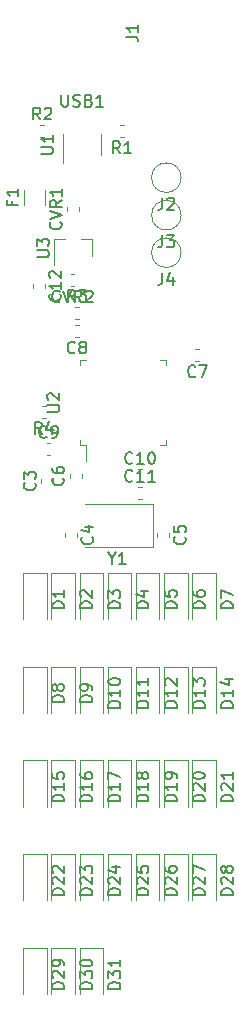
<source format=gbr>
G04 #@! TF.GenerationSoftware,KiCad,Pcbnew,(5.1.4-0)*
G04 #@! TF.CreationDate,2020-11-23T17:37:14+01:00*
G04 #@! TF.ProjectId,stm32split,73746d33-3273-4706-9c69-742e6b696361,rev?*
G04 #@! TF.SameCoordinates,Original*
G04 #@! TF.FileFunction,Legend,Top*
G04 #@! TF.FilePolarity,Positive*
%FSLAX46Y46*%
G04 Gerber Fmt 4.6, Leading zero omitted, Abs format (unit mm)*
G04 Created by KiCad (PCBNEW (5.1.4-0)) date 2020-11-23 17:37:14*
%MOMM*%
%LPD*%
G04 APERTURE LIST*
%ADD10C,0.120000*%
%ADD11C,0.150000*%
G04 APERTURE END LIST*
D10*
X199688500Y-100806250D02*
G75*
G03X199688500Y-100806250I-1251000J0D01*
G01*
X199688500Y-97631250D02*
G75*
G03X199688500Y-97631250I-1251000J0D01*
G01*
X199688500Y-94456250D02*
G75*
G03X199688500Y-94456250I-1251000J0D01*
G01*
X197330000Y-122120000D02*
X191580000Y-122120000D01*
X197330000Y-125720000D02*
X197330000Y-122120000D01*
X191580000Y-125720000D02*
X197330000Y-125720000D01*
X187130000Y-103474721D02*
X187130000Y-103800279D01*
X188150000Y-103474721D02*
X188150000Y-103800279D01*
X196044721Y-121690000D02*
X196370279Y-121690000D01*
X196044721Y-120670000D02*
X196370279Y-120670000D01*
X196044721Y-120180000D02*
X196370279Y-120180000D01*
X196044721Y-119160000D02*
X196370279Y-119160000D01*
X188299721Y-117980000D02*
X188625279Y-117980000D01*
X188299721Y-116960000D02*
X188625279Y-116960000D01*
X191022779Y-106950000D02*
X190697221Y-106950000D01*
X191022779Y-107970000D02*
X190697221Y-107970000D01*
X201230279Y-108960000D02*
X200904721Y-108960000D01*
X201230279Y-109980000D02*
X200904721Y-109980000D01*
X191260000Y-119880279D02*
X191260000Y-119554721D01*
X190240000Y-119880279D02*
X190240000Y-119554721D01*
X190699721Y-106450000D02*
X191025279Y-106450000D01*
X190699721Y-105430000D02*
X191025279Y-105430000D01*
X187759721Y-91020000D02*
X188085279Y-91020000D01*
X187759721Y-90000000D02*
X188085279Y-90000000D01*
X194842779Y-90000000D02*
X194517221Y-90000000D01*
X194842779Y-91020000D02*
X194517221Y-91020000D01*
X188190000Y-96739564D02*
X188190000Y-95535436D01*
X186370000Y-96739564D02*
X186370000Y-95535436D01*
X188215279Y-113750000D02*
X187889721Y-113750000D01*
X188215279Y-114770000D02*
X187889721Y-114770000D01*
X190655279Y-102630000D02*
X190329721Y-102630000D01*
X190655279Y-103650000D02*
X190329721Y-103650000D01*
X191050000Y-97280279D02*
X191050000Y-96954721D01*
X190030000Y-97280279D02*
X190030000Y-96954721D01*
X197680000Y-124544721D02*
X197680000Y-124870279D01*
X198700000Y-124544721D02*
X198700000Y-124870279D01*
X189850000Y-124544721D02*
X189850000Y-124870279D01*
X190870000Y-124544721D02*
X190870000Y-124870279D01*
X188860000Y-120285279D02*
X188860000Y-119959721D01*
X187840000Y-120285279D02*
X187840000Y-119959721D01*
X193087500Y-159675000D02*
X193087500Y-163575000D01*
X191087500Y-159675000D02*
X191087500Y-163575000D01*
X193087500Y-159675000D02*
X191087500Y-159675000D01*
X190706250Y-159675000D02*
X190706250Y-163575000D01*
X188706250Y-159675000D02*
X188706250Y-163575000D01*
X190706250Y-159675000D02*
X188706250Y-159675000D01*
X188325000Y-159675000D02*
X188325000Y-163575000D01*
X186325000Y-159675000D02*
X186325000Y-163575000D01*
X188325000Y-159675000D02*
X186325000Y-159675000D01*
X202612500Y-151737500D02*
X202612500Y-155637500D01*
X200612500Y-151737500D02*
X200612500Y-155637500D01*
X202612500Y-151737500D02*
X200612500Y-151737500D01*
X200231250Y-151737500D02*
X200231250Y-155637500D01*
X198231250Y-151737500D02*
X198231250Y-155637500D01*
X200231250Y-151737500D02*
X198231250Y-151737500D01*
X197850000Y-151737500D02*
X197850000Y-155637500D01*
X195850000Y-151737500D02*
X195850000Y-155637500D01*
X197850000Y-151737500D02*
X195850000Y-151737500D01*
X195468750Y-151737500D02*
X195468750Y-155637500D01*
X193468750Y-151737500D02*
X193468750Y-155637500D01*
X195468750Y-151737500D02*
X193468750Y-151737500D01*
X193087500Y-151737500D02*
X193087500Y-155637500D01*
X191087500Y-151737500D02*
X191087500Y-155637500D01*
X193087500Y-151737500D02*
X191087500Y-151737500D01*
X190706250Y-151737500D02*
X190706250Y-155637500D01*
X188706250Y-151737500D02*
X188706250Y-155637500D01*
X190706250Y-151737500D02*
X188706250Y-151737500D01*
X188325000Y-151737500D02*
X188325000Y-155637500D01*
X186325000Y-151737500D02*
X186325000Y-155637500D01*
X188325000Y-151737500D02*
X186325000Y-151737500D01*
X202612500Y-143800000D02*
X202612500Y-147700000D01*
X200612500Y-143800000D02*
X200612500Y-147700000D01*
X202612500Y-143800000D02*
X200612500Y-143800000D01*
X200231250Y-143800000D02*
X200231250Y-147700000D01*
X198231250Y-143800000D02*
X198231250Y-147700000D01*
X200231250Y-143800000D02*
X198231250Y-143800000D01*
X197850000Y-143800000D02*
X197850000Y-147700000D01*
X195850000Y-143800000D02*
X195850000Y-147700000D01*
X197850000Y-143800000D02*
X195850000Y-143800000D01*
X195468750Y-143800000D02*
X195468750Y-147700000D01*
X193468750Y-143800000D02*
X193468750Y-147700000D01*
X195468750Y-143800000D02*
X193468750Y-143800000D01*
X193087500Y-143800000D02*
X193087500Y-147700000D01*
X191087500Y-143800000D02*
X191087500Y-147700000D01*
X193087500Y-143800000D02*
X191087500Y-143800000D01*
X190706250Y-143800000D02*
X190706250Y-147700000D01*
X188706250Y-143800000D02*
X188706250Y-147700000D01*
X190706250Y-143800000D02*
X188706250Y-143800000D01*
X188325000Y-143800000D02*
X188325000Y-147700000D01*
X186325000Y-143800000D02*
X186325000Y-147700000D01*
X188325000Y-143800000D02*
X186325000Y-143800000D01*
X202612500Y-135862500D02*
X202612500Y-139762500D01*
X200612500Y-135862500D02*
X200612500Y-139762500D01*
X202612500Y-135862500D02*
X200612500Y-135862500D01*
X200231250Y-135862500D02*
X200231250Y-139762500D01*
X198231250Y-135862500D02*
X198231250Y-139762500D01*
X200231250Y-135862500D02*
X198231250Y-135862500D01*
X197850000Y-135862500D02*
X197850000Y-139762500D01*
X195850000Y-135862500D02*
X195850000Y-139762500D01*
X197850000Y-135862500D02*
X195850000Y-135862500D01*
X195468750Y-135862500D02*
X195468750Y-139762500D01*
X193468750Y-135862500D02*
X193468750Y-139762500D01*
X195468750Y-135862500D02*
X193468750Y-135862500D01*
X193087500Y-135862500D02*
X193087500Y-139762500D01*
X191087500Y-135862500D02*
X191087500Y-139762500D01*
X193087500Y-135862500D02*
X191087500Y-135862500D01*
X190706250Y-135862500D02*
X190706250Y-139762500D01*
X188706250Y-135862500D02*
X188706250Y-139762500D01*
X190706250Y-135862500D02*
X188706250Y-135862500D01*
X188325000Y-135862500D02*
X188325000Y-139762500D01*
X186325000Y-135862500D02*
X186325000Y-139762500D01*
X188325000Y-135862500D02*
X186325000Y-135862500D01*
X202612500Y-127925000D02*
X202612500Y-131825000D01*
X200612500Y-127925000D02*
X200612500Y-131825000D01*
X202612500Y-127925000D02*
X200612500Y-127925000D01*
X200231250Y-127925000D02*
X200231250Y-131825000D01*
X198231250Y-127925000D02*
X198231250Y-131825000D01*
X200231250Y-127925000D02*
X198231250Y-127925000D01*
X197850000Y-127925000D02*
X197850000Y-131825000D01*
X195850000Y-127925000D02*
X195850000Y-131825000D01*
X197850000Y-127925000D02*
X195850000Y-127925000D01*
X195468750Y-127925000D02*
X195468750Y-131825000D01*
X193468750Y-127925000D02*
X193468750Y-131825000D01*
X195468750Y-127925000D02*
X193468750Y-127925000D01*
X193087500Y-127925000D02*
X193087500Y-131825000D01*
X191087500Y-127925000D02*
X191087500Y-131825000D01*
X193087500Y-127925000D02*
X191087500Y-127925000D01*
X190706250Y-127925000D02*
X190706250Y-131825000D01*
X188706250Y-127925000D02*
X188706250Y-131825000D01*
X190706250Y-127925000D02*
X188706250Y-127925000D01*
X188325000Y-127925000D02*
X188325000Y-131825000D01*
X186325000Y-127925000D02*
X186325000Y-131825000D01*
X188325000Y-127925000D02*
X186325000Y-127925000D01*
X192120000Y-99660000D02*
X192120000Y-101120000D01*
X188960000Y-99660000D02*
X188960000Y-101820000D01*
X188960000Y-99660000D02*
X189890000Y-99660000D01*
X192120000Y-99660000D02*
X191190000Y-99660000D01*
X191598750Y-117116250D02*
X191598750Y-118406250D01*
X191148750Y-117116250D02*
X191598750Y-117116250D01*
X191148750Y-116666250D02*
X191148750Y-117116250D01*
X191148750Y-109896250D02*
X191598750Y-109896250D01*
X191148750Y-110346250D02*
X191148750Y-109896250D01*
X198368750Y-117116250D02*
X197918750Y-117116250D01*
X198368750Y-116666250D02*
X198368750Y-117116250D01*
X198368750Y-109896250D02*
X197918750Y-109896250D01*
X198368750Y-110346250D02*
X198368750Y-109896250D01*
X189680000Y-90780000D02*
X189680000Y-93230000D01*
X192900000Y-92580000D02*
X192900000Y-90780000D01*
D11*
X198104166Y-102508630D02*
X198104166Y-103222916D01*
X198056547Y-103365773D01*
X197961309Y-103461011D01*
X197818452Y-103508630D01*
X197723214Y-103508630D01*
X199008928Y-102841964D02*
X199008928Y-103508630D01*
X198770833Y-102461011D02*
X198532738Y-103175297D01*
X199151785Y-103175297D01*
X198104166Y-99333630D02*
X198104166Y-100047916D01*
X198056547Y-100190773D01*
X197961309Y-100286011D01*
X197818452Y-100333630D01*
X197723214Y-100333630D01*
X198485119Y-99333630D02*
X199104166Y-99333630D01*
X198770833Y-99714583D01*
X198913690Y-99714583D01*
X199008928Y-99762202D01*
X199056547Y-99809821D01*
X199104166Y-99905059D01*
X199104166Y-100143154D01*
X199056547Y-100238392D01*
X199008928Y-100286011D01*
X198913690Y-100333630D01*
X198627976Y-100333630D01*
X198532738Y-100286011D01*
X198485119Y-100238392D01*
X198104166Y-96158630D02*
X198104166Y-96872916D01*
X198056547Y-97015773D01*
X197961309Y-97111011D01*
X197818452Y-97158630D01*
X197723214Y-97158630D01*
X198532738Y-96253869D02*
X198580357Y-96206250D01*
X198675595Y-96158630D01*
X198913690Y-96158630D01*
X199008928Y-96206250D01*
X199056547Y-96253869D01*
X199104166Y-96349107D01*
X199104166Y-96444345D01*
X199056547Y-96587202D01*
X198485119Y-97158630D01*
X199104166Y-97158630D01*
X195042380Y-82513333D02*
X195756666Y-82513333D01*
X195899523Y-82560952D01*
X195994761Y-82656190D01*
X196042380Y-82799047D01*
X196042380Y-82894285D01*
X196042380Y-81513333D02*
X196042380Y-82084761D01*
X196042380Y-81799047D02*
X195042380Y-81799047D01*
X195185238Y-81894285D01*
X195280476Y-81989523D01*
X195328095Y-82084761D01*
X193803809Y-126696190D02*
X193803809Y-127172380D01*
X193470476Y-126172380D02*
X193803809Y-126696190D01*
X194137142Y-126172380D01*
X194994285Y-127172380D02*
X194422857Y-127172380D01*
X194708571Y-127172380D02*
X194708571Y-126172380D01*
X194613333Y-126315238D01*
X194518095Y-126410476D01*
X194422857Y-126458095D01*
X189555654Y-87439880D02*
X189555654Y-88249404D01*
X189603273Y-88344642D01*
X189650892Y-88392261D01*
X189746130Y-88439880D01*
X189936607Y-88439880D01*
X190031845Y-88392261D01*
X190079464Y-88344642D01*
X190127083Y-88249404D01*
X190127083Y-87439880D01*
X190555654Y-88392261D02*
X190698511Y-88439880D01*
X190936607Y-88439880D01*
X191031845Y-88392261D01*
X191079464Y-88344642D01*
X191127083Y-88249404D01*
X191127083Y-88154166D01*
X191079464Y-88058928D01*
X191031845Y-88011309D01*
X190936607Y-87963690D01*
X190746130Y-87916071D01*
X190650892Y-87868452D01*
X190603273Y-87820833D01*
X190555654Y-87725595D01*
X190555654Y-87630357D01*
X190603273Y-87535119D01*
X190650892Y-87487500D01*
X190746130Y-87439880D01*
X190984226Y-87439880D01*
X191127083Y-87487500D01*
X191888988Y-87916071D02*
X192031845Y-87963690D01*
X192079464Y-88011309D01*
X192127083Y-88106547D01*
X192127083Y-88249404D01*
X192079464Y-88344642D01*
X192031845Y-88392261D01*
X191936607Y-88439880D01*
X191555654Y-88439880D01*
X191555654Y-87439880D01*
X191888988Y-87439880D01*
X191984226Y-87487500D01*
X192031845Y-87535119D01*
X192079464Y-87630357D01*
X192079464Y-87725595D01*
X192031845Y-87820833D01*
X191984226Y-87868452D01*
X191888988Y-87916071D01*
X191555654Y-87916071D01*
X193079464Y-88439880D02*
X192508035Y-88439880D01*
X192793750Y-88439880D02*
X192793750Y-87439880D01*
X192698511Y-87582738D01*
X192603273Y-87677976D01*
X192508035Y-87725595D01*
X189427142Y-104280357D02*
X189474761Y-104327976D01*
X189522380Y-104470833D01*
X189522380Y-104566071D01*
X189474761Y-104708928D01*
X189379523Y-104804166D01*
X189284285Y-104851785D01*
X189093809Y-104899404D01*
X188950952Y-104899404D01*
X188760476Y-104851785D01*
X188665238Y-104804166D01*
X188570000Y-104708928D01*
X188522380Y-104566071D01*
X188522380Y-104470833D01*
X188570000Y-104327976D01*
X188617619Y-104280357D01*
X189522380Y-103327976D02*
X189522380Y-103899404D01*
X189522380Y-103613690D02*
X188522380Y-103613690D01*
X188665238Y-103708928D01*
X188760476Y-103804166D01*
X188808095Y-103899404D01*
X188617619Y-102947023D02*
X188570000Y-102899404D01*
X188522380Y-102804166D01*
X188522380Y-102566071D01*
X188570000Y-102470833D01*
X188617619Y-102423214D01*
X188712857Y-102375595D01*
X188808095Y-102375595D01*
X188950952Y-102423214D01*
X189522380Y-102994642D01*
X189522380Y-102375595D01*
X195564642Y-120107142D02*
X195517023Y-120154761D01*
X195374166Y-120202380D01*
X195278928Y-120202380D01*
X195136071Y-120154761D01*
X195040833Y-120059523D01*
X194993214Y-119964285D01*
X194945595Y-119773809D01*
X194945595Y-119630952D01*
X194993214Y-119440476D01*
X195040833Y-119345238D01*
X195136071Y-119250000D01*
X195278928Y-119202380D01*
X195374166Y-119202380D01*
X195517023Y-119250000D01*
X195564642Y-119297619D01*
X196517023Y-120202380D02*
X195945595Y-120202380D01*
X196231309Y-120202380D02*
X196231309Y-119202380D01*
X196136071Y-119345238D01*
X196040833Y-119440476D01*
X195945595Y-119488095D01*
X197469404Y-120202380D02*
X196897976Y-120202380D01*
X197183690Y-120202380D02*
X197183690Y-119202380D01*
X197088452Y-119345238D01*
X196993214Y-119440476D01*
X196897976Y-119488095D01*
X195564642Y-118597142D02*
X195517023Y-118644761D01*
X195374166Y-118692380D01*
X195278928Y-118692380D01*
X195136071Y-118644761D01*
X195040833Y-118549523D01*
X194993214Y-118454285D01*
X194945595Y-118263809D01*
X194945595Y-118120952D01*
X194993214Y-117930476D01*
X195040833Y-117835238D01*
X195136071Y-117740000D01*
X195278928Y-117692380D01*
X195374166Y-117692380D01*
X195517023Y-117740000D01*
X195564642Y-117787619D01*
X196517023Y-118692380D02*
X195945595Y-118692380D01*
X196231309Y-118692380D02*
X196231309Y-117692380D01*
X196136071Y-117835238D01*
X196040833Y-117930476D01*
X195945595Y-117978095D01*
X197136071Y-117692380D02*
X197231309Y-117692380D01*
X197326547Y-117740000D01*
X197374166Y-117787619D01*
X197421785Y-117882857D01*
X197469404Y-118073333D01*
X197469404Y-118311428D01*
X197421785Y-118501904D01*
X197374166Y-118597142D01*
X197326547Y-118644761D01*
X197231309Y-118692380D01*
X197136071Y-118692380D01*
X197040833Y-118644761D01*
X196993214Y-118597142D01*
X196945595Y-118501904D01*
X196897976Y-118311428D01*
X196897976Y-118073333D01*
X196945595Y-117882857D01*
X196993214Y-117787619D01*
X197040833Y-117740000D01*
X197136071Y-117692380D01*
X188295833Y-116397142D02*
X188248214Y-116444761D01*
X188105357Y-116492380D01*
X188010119Y-116492380D01*
X187867261Y-116444761D01*
X187772023Y-116349523D01*
X187724404Y-116254285D01*
X187676785Y-116063809D01*
X187676785Y-115920952D01*
X187724404Y-115730476D01*
X187772023Y-115635238D01*
X187867261Y-115540000D01*
X188010119Y-115492380D01*
X188105357Y-115492380D01*
X188248214Y-115540000D01*
X188295833Y-115587619D01*
X188772023Y-116492380D02*
X188962500Y-116492380D01*
X189057738Y-116444761D01*
X189105357Y-116397142D01*
X189200595Y-116254285D01*
X189248214Y-116063809D01*
X189248214Y-115682857D01*
X189200595Y-115587619D01*
X189152976Y-115540000D01*
X189057738Y-115492380D01*
X188867261Y-115492380D01*
X188772023Y-115540000D01*
X188724404Y-115587619D01*
X188676785Y-115682857D01*
X188676785Y-115920952D01*
X188724404Y-116016190D01*
X188772023Y-116063809D01*
X188867261Y-116111428D01*
X189057738Y-116111428D01*
X189152976Y-116063809D01*
X189200595Y-116016190D01*
X189248214Y-115920952D01*
X190693333Y-109247142D02*
X190645714Y-109294761D01*
X190502857Y-109342380D01*
X190407619Y-109342380D01*
X190264761Y-109294761D01*
X190169523Y-109199523D01*
X190121904Y-109104285D01*
X190074285Y-108913809D01*
X190074285Y-108770952D01*
X190121904Y-108580476D01*
X190169523Y-108485238D01*
X190264761Y-108390000D01*
X190407619Y-108342380D01*
X190502857Y-108342380D01*
X190645714Y-108390000D01*
X190693333Y-108437619D01*
X191264761Y-108770952D02*
X191169523Y-108723333D01*
X191121904Y-108675714D01*
X191074285Y-108580476D01*
X191074285Y-108532857D01*
X191121904Y-108437619D01*
X191169523Y-108390000D01*
X191264761Y-108342380D01*
X191455238Y-108342380D01*
X191550476Y-108390000D01*
X191598095Y-108437619D01*
X191645714Y-108532857D01*
X191645714Y-108580476D01*
X191598095Y-108675714D01*
X191550476Y-108723333D01*
X191455238Y-108770952D01*
X191264761Y-108770952D01*
X191169523Y-108818571D01*
X191121904Y-108866190D01*
X191074285Y-108961428D01*
X191074285Y-109151904D01*
X191121904Y-109247142D01*
X191169523Y-109294761D01*
X191264761Y-109342380D01*
X191455238Y-109342380D01*
X191550476Y-109294761D01*
X191598095Y-109247142D01*
X191645714Y-109151904D01*
X191645714Y-108961428D01*
X191598095Y-108866190D01*
X191550476Y-108818571D01*
X191455238Y-108770952D01*
X200900833Y-111257142D02*
X200853214Y-111304761D01*
X200710357Y-111352380D01*
X200615119Y-111352380D01*
X200472261Y-111304761D01*
X200377023Y-111209523D01*
X200329404Y-111114285D01*
X200281785Y-110923809D01*
X200281785Y-110780952D01*
X200329404Y-110590476D01*
X200377023Y-110495238D01*
X200472261Y-110400000D01*
X200615119Y-110352380D01*
X200710357Y-110352380D01*
X200853214Y-110400000D01*
X200900833Y-110447619D01*
X201234166Y-110352380D02*
X201900833Y-110352380D01*
X201472261Y-111352380D01*
X189677142Y-119884166D02*
X189724761Y-119931785D01*
X189772380Y-120074642D01*
X189772380Y-120169880D01*
X189724761Y-120312738D01*
X189629523Y-120407976D01*
X189534285Y-120455595D01*
X189343809Y-120503214D01*
X189200952Y-120503214D01*
X189010476Y-120455595D01*
X188915238Y-120407976D01*
X188820000Y-120312738D01*
X188772380Y-120169880D01*
X188772380Y-120074642D01*
X188820000Y-119931785D01*
X188867619Y-119884166D01*
X188772380Y-119027023D02*
X188772380Y-119217500D01*
X188820000Y-119312738D01*
X188867619Y-119360357D01*
X189010476Y-119455595D01*
X189200952Y-119503214D01*
X189581904Y-119503214D01*
X189677142Y-119455595D01*
X189724761Y-119407976D01*
X189772380Y-119312738D01*
X189772380Y-119122261D01*
X189724761Y-119027023D01*
X189677142Y-118979404D01*
X189581904Y-118931785D01*
X189343809Y-118931785D01*
X189248571Y-118979404D01*
X189200952Y-119027023D01*
X189153333Y-119122261D01*
X189153333Y-119312738D01*
X189200952Y-119407976D01*
X189248571Y-119455595D01*
X189343809Y-119503214D01*
X190695833Y-104962380D02*
X190362500Y-104486190D01*
X190124404Y-104962380D02*
X190124404Y-103962380D01*
X190505357Y-103962380D01*
X190600595Y-104010000D01*
X190648214Y-104057619D01*
X190695833Y-104152857D01*
X190695833Y-104295714D01*
X190648214Y-104390952D01*
X190600595Y-104438571D01*
X190505357Y-104486190D01*
X190124404Y-104486190D01*
X191029166Y-103962380D02*
X191648214Y-103962380D01*
X191314880Y-104343333D01*
X191457738Y-104343333D01*
X191552976Y-104390952D01*
X191600595Y-104438571D01*
X191648214Y-104533809D01*
X191648214Y-104771904D01*
X191600595Y-104867142D01*
X191552976Y-104914761D01*
X191457738Y-104962380D01*
X191172023Y-104962380D01*
X191076785Y-104914761D01*
X191029166Y-104867142D01*
X187755833Y-89532380D02*
X187422500Y-89056190D01*
X187184404Y-89532380D02*
X187184404Y-88532380D01*
X187565357Y-88532380D01*
X187660595Y-88580000D01*
X187708214Y-88627619D01*
X187755833Y-88722857D01*
X187755833Y-88865714D01*
X187708214Y-88960952D01*
X187660595Y-89008571D01*
X187565357Y-89056190D01*
X187184404Y-89056190D01*
X188136785Y-88627619D02*
X188184404Y-88580000D01*
X188279642Y-88532380D01*
X188517738Y-88532380D01*
X188612976Y-88580000D01*
X188660595Y-88627619D01*
X188708214Y-88722857D01*
X188708214Y-88818095D01*
X188660595Y-88960952D01*
X188089166Y-89532380D01*
X188708214Y-89532380D01*
X194513333Y-92392380D02*
X194180000Y-91916190D01*
X193941904Y-92392380D02*
X193941904Y-91392380D01*
X194322857Y-91392380D01*
X194418095Y-91440000D01*
X194465714Y-91487619D01*
X194513333Y-91582857D01*
X194513333Y-91725714D01*
X194465714Y-91820952D01*
X194418095Y-91868571D01*
X194322857Y-91916190D01*
X193941904Y-91916190D01*
X195465714Y-92392380D02*
X194894285Y-92392380D01*
X195180000Y-92392380D02*
X195180000Y-91392380D01*
X195084761Y-91535238D01*
X194989523Y-91630476D01*
X194894285Y-91678095D01*
X185388571Y-96470833D02*
X185388571Y-96804166D01*
X185912380Y-96804166D02*
X184912380Y-96804166D01*
X184912380Y-96327976D01*
X185912380Y-95423214D02*
X185912380Y-95994642D01*
X185912380Y-95708928D02*
X184912380Y-95708928D01*
X185055238Y-95804166D01*
X185150476Y-95899404D01*
X185198095Y-95994642D01*
X187885833Y-116142380D02*
X187552500Y-115666190D01*
X187314404Y-116142380D02*
X187314404Y-115142380D01*
X187695357Y-115142380D01*
X187790595Y-115190000D01*
X187838214Y-115237619D01*
X187885833Y-115332857D01*
X187885833Y-115475714D01*
X187838214Y-115570952D01*
X187790595Y-115618571D01*
X187695357Y-115666190D01*
X187314404Y-115666190D01*
X188742976Y-115475714D02*
X188742976Y-116142380D01*
X188504880Y-115094761D02*
X188266785Y-115809047D01*
X188885833Y-115809047D01*
X189397261Y-104927142D02*
X189349642Y-104974761D01*
X189206785Y-105022380D01*
X189111547Y-105022380D01*
X188968690Y-104974761D01*
X188873452Y-104879523D01*
X188825833Y-104784285D01*
X188778214Y-104593809D01*
X188778214Y-104450952D01*
X188825833Y-104260476D01*
X188873452Y-104165238D01*
X188968690Y-104070000D01*
X189111547Y-104022380D01*
X189206785Y-104022380D01*
X189349642Y-104070000D01*
X189397261Y-104117619D01*
X189682976Y-104022380D02*
X190016309Y-105022380D01*
X190349642Y-104022380D01*
X191254404Y-105022380D02*
X190921071Y-104546190D01*
X190682976Y-105022380D02*
X190682976Y-104022380D01*
X191063928Y-104022380D01*
X191159166Y-104070000D01*
X191206785Y-104117619D01*
X191254404Y-104212857D01*
X191254404Y-104355714D01*
X191206785Y-104450952D01*
X191159166Y-104498571D01*
X191063928Y-104546190D01*
X190682976Y-104546190D01*
X191635357Y-104117619D02*
X191682976Y-104070000D01*
X191778214Y-104022380D01*
X192016309Y-104022380D01*
X192111547Y-104070000D01*
X192159166Y-104117619D01*
X192206785Y-104212857D01*
X192206785Y-104308095D01*
X192159166Y-104450952D01*
X191587738Y-105022380D01*
X192206785Y-105022380D01*
X189467142Y-98212738D02*
X189514761Y-98260357D01*
X189562380Y-98403214D01*
X189562380Y-98498452D01*
X189514761Y-98641309D01*
X189419523Y-98736547D01*
X189324285Y-98784166D01*
X189133809Y-98831785D01*
X188990952Y-98831785D01*
X188800476Y-98784166D01*
X188705238Y-98736547D01*
X188610000Y-98641309D01*
X188562380Y-98498452D01*
X188562380Y-98403214D01*
X188610000Y-98260357D01*
X188657619Y-98212738D01*
X188562380Y-97927023D02*
X189562380Y-97593690D01*
X188562380Y-97260357D01*
X189562380Y-96355595D02*
X189086190Y-96688928D01*
X189562380Y-96927023D02*
X188562380Y-96927023D01*
X188562380Y-96546071D01*
X188610000Y-96450833D01*
X188657619Y-96403214D01*
X188752857Y-96355595D01*
X188895714Y-96355595D01*
X188990952Y-96403214D01*
X189038571Y-96450833D01*
X189086190Y-96546071D01*
X189086190Y-96927023D01*
X189562380Y-95403214D02*
X189562380Y-95974642D01*
X189562380Y-95688928D02*
X188562380Y-95688928D01*
X188705238Y-95784166D01*
X188800476Y-95879404D01*
X188848095Y-95974642D01*
X199977142Y-124874166D02*
X200024761Y-124921785D01*
X200072380Y-125064642D01*
X200072380Y-125159880D01*
X200024761Y-125302738D01*
X199929523Y-125397976D01*
X199834285Y-125445595D01*
X199643809Y-125493214D01*
X199500952Y-125493214D01*
X199310476Y-125445595D01*
X199215238Y-125397976D01*
X199120000Y-125302738D01*
X199072380Y-125159880D01*
X199072380Y-125064642D01*
X199120000Y-124921785D01*
X199167619Y-124874166D01*
X199072380Y-123969404D02*
X199072380Y-124445595D01*
X199548571Y-124493214D01*
X199500952Y-124445595D01*
X199453333Y-124350357D01*
X199453333Y-124112261D01*
X199500952Y-124017023D01*
X199548571Y-123969404D01*
X199643809Y-123921785D01*
X199881904Y-123921785D01*
X199977142Y-123969404D01*
X200024761Y-124017023D01*
X200072380Y-124112261D01*
X200072380Y-124350357D01*
X200024761Y-124445595D01*
X199977142Y-124493214D01*
X192147142Y-124874166D02*
X192194761Y-124921785D01*
X192242380Y-125064642D01*
X192242380Y-125159880D01*
X192194761Y-125302738D01*
X192099523Y-125397976D01*
X192004285Y-125445595D01*
X191813809Y-125493214D01*
X191670952Y-125493214D01*
X191480476Y-125445595D01*
X191385238Y-125397976D01*
X191290000Y-125302738D01*
X191242380Y-125159880D01*
X191242380Y-125064642D01*
X191290000Y-124921785D01*
X191337619Y-124874166D01*
X191575714Y-124017023D02*
X192242380Y-124017023D01*
X191194761Y-124255119D02*
X191909047Y-124493214D01*
X191909047Y-123874166D01*
X187277142Y-120289166D02*
X187324761Y-120336785D01*
X187372380Y-120479642D01*
X187372380Y-120574880D01*
X187324761Y-120717738D01*
X187229523Y-120812976D01*
X187134285Y-120860595D01*
X186943809Y-120908214D01*
X186800952Y-120908214D01*
X186610476Y-120860595D01*
X186515238Y-120812976D01*
X186420000Y-120717738D01*
X186372380Y-120574880D01*
X186372380Y-120479642D01*
X186420000Y-120336785D01*
X186467619Y-120289166D01*
X186372380Y-119955833D02*
X186372380Y-119336785D01*
X186753333Y-119670119D01*
X186753333Y-119527261D01*
X186800952Y-119432023D01*
X186848571Y-119384404D01*
X186943809Y-119336785D01*
X187181904Y-119336785D01*
X187277142Y-119384404D01*
X187324761Y-119432023D01*
X187372380Y-119527261D01*
X187372380Y-119812976D01*
X187324761Y-119908214D01*
X187277142Y-119955833D01*
X194539880Y-163139285D02*
X193539880Y-163139285D01*
X193539880Y-162901190D01*
X193587500Y-162758333D01*
X193682738Y-162663095D01*
X193777976Y-162615476D01*
X193968452Y-162567857D01*
X194111309Y-162567857D01*
X194301785Y-162615476D01*
X194397023Y-162663095D01*
X194492261Y-162758333D01*
X194539880Y-162901190D01*
X194539880Y-163139285D01*
X193539880Y-162234523D02*
X193539880Y-161615476D01*
X193920833Y-161948809D01*
X193920833Y-161805952D01*
X193968452Y-161710714D01*
X194016071Y-161663095D01*
X194111309Y-161615476D01*
X194349404Y-161615476D01*
X194444642Y-161663095D01*
X194492261Y-161710714D01*
X194539880Y-161805952D01*
X194539880Y-162091666D01*
X194492261Y-162186904D01*
X194444642Y-162234523D01*
X194539880Y-160663095D02*
X194539880Y-161234523D01*
X194539880Y-160948809D02*
X193539880Y-160948809D01*
X193682738Y-161044047D01*
X193777976Y-161139285D01*
X193825595Y-161234523D01*
X192158630Y-163139285D02*
X191158630Y-163139285D01*
X191158630Y-162901190D01*
X191206250Y-162758333D01*
X191301488Y-162663095D01*
X191396726Y-162615476D01*
X191587202Y-162567857D01*
X191730059Y-162567857D01*
X191920535Y-162615476D01*
X192015773Y-162663095D01*
X192111011Y-162758333D01*
X192158630Y-162901190D01*
X192158630Y-163139285D01*
X191158630Y-162234523D02*
X191158630Y-161615476D01*
X191539583Y-161948809D01*
X191539583Y-161805952D01*
X191587202Y-161710714D01*
X191634821Y-161663095D01*
X191730059Y-161615476D01*
X191968154Y-161615476D01*
X192063392Y-161663095D01*
X192111011Y-161710714D01*
X192158630Y-161805952D01*
X192158630Y-162091666D01*
X192111011Y-162186904D01*
X192063392Y-162234523D01*
X191158630Y-160996428D02*
X191158630Y-160901190D01*
X191206250Y-160805952D01*
X191253869Y-160758333D01*
X191349107Y-160710714D01*
X191539583Y-160663095D01*
X191777678Y-160663095D01*
X191968154Y-160710714D01*
X192063392Y-160758333D01*
X192111011Y-160805952D01*
X192158630Y-160901190D01*
X192158630Y-160996428D01*
X192111011Y-161091666D01*
X192063392Y-161139285D01*
X191968154Y-161186904D01*
X191777678Y-161234523D01*
X191539583Y-161234523D01*
X191349107Y-161186904D01*
X191253869Y-161139285D01*
X191206250Y-161091666D01*
X191158630Y-160996428D01*
X189777380Y-163139285D02*
X188777380Y-163139285D01*
X188777380Y-162901190D01*
X188825000Y-162758333D01*
X188920238Y-162663095D01*
X189015476Y-162615476D01*
X189205952Y-162567857D01*
X189348809Y-162567857D01*
X189539285Y-162615476D01*
X189634523Y-162663095D01*
X189729761Y-162758333D01*
X189777380Y-162901190D01*
X189777380Y-163139285D01*
X188872619Y-162186904D02*
X188825000Y-162139285D01*
X188777380Y-162044047D01*
X188777380Y-161805952D01*
X188825000Y-161710714D01*
X188872619Y-161663095D01*
X188967857Y-161615476D01*
X189063095Y-161615476D01*
X189205952Y-161663095D01*
X189777380Y-162234523D01*
X189777380Y-161615476D01*
X189777380Y-161139285D02*
X189777380Y-160948809D01*
X189729761Y-160853571D01*
X189682142Y-160805952D01*
X189539285Y-160710714D01*
X189348809Y-160663095D01*
X188967857Y-160663095D01*
X188872619Y-160710714D01*
X188825000Y-160758333D01*
X188777380Y-160853571D01*
X188777380Y-161044047D01*
X188825000Y-161139285D01*
X188872619Y-161186904D01*
X188967857Y-161234523D01*
X189205952Y-161234523D01*
X189301190Y-161186904D01*
X189348809Y-161139285D01*
X189396428Y-161044047D01*
X189396428Y-160853571D01*
X189348809Y-160758333D01*
X189301190Y-160710714D01*
X189205952Y-160663095D01*
X204064880Y-155201785D02*
X203064880Y-155201785D01*
X203064880Y-154963690D01*
X203112500Y-154820833D01*
X203207738Y-154725595D01*
X203302976Y-154677976D01*
X203493452Y-154630357D01*
X203636309Y-154630357D01*
X203826785Y-154677976D01*
X203922023Y-154725595D01*
X204017261Y-154820833D01*
X204064880Y-154963690D01*
X204064880Y-155201785D01*
X203160119Y-154249404D02*
X203112500Y-154201785D01*
X203064880Y-154106547D01*
X203064880Y-153868452D01*
X203112500Y-153773214D01*
X203160119Y-153725595D01*
X203255357Y-153677976D01*
X203350595Y-153677976D01*
X203493452Y-153725595D01*
X204064880Y-154297023D01*
X204064880Y-153677976D01*
X203493452Y-153106547D02*
X203445833Y-153201785D01*
X203398214Y-153249404D01*
X203302976Y-153297023D01*
X203255357Y-153297023D01*
X203160119Y-153249404D01*
X203112500Y-153201785D01*
X203064880Y-153106547D01*
X203064880Y-152916071D01*
X203112500Y-152820833D01*
X203160119Y-152773214D01*
X203255357Y-152725595D01*
X203302976Y-152725595D01*
X203398214Y-152773214D01*
X203445833Y-152820833D01*
X203493452Y-152916071D01*
X203493452Y-153106547D01*
X203541071Y-153201785D01*
X203588690Y-153249404D01*
X203683928Y-153297023D01*
X203874404Y-153297023D01*
X203969642Y-153249404D01*
X204017261Y-153201785D01*
X204064880Y-153106547D01*
X204064880Y-152916071D01*
X204017261Y-152820833D01*
X203969642Y-152773214D01*
X203874404Y-152725595D01*
X203683928Y-152725595D01*
X203588690Y-152773214D01*
X203541071Y-152820833D01*
X203493452Y-152916071D01*
X201683630Y-155201785D02*
X200683630Y-155201785D01*
X200683630Y-154963690D01*
X200731250Y-154820833D01*
X200826488Y-154725595D01*
X200921726Y-154677976D01*
X201112202Y-154630357D01*
X201255059Y-154630357D01*
X201445535Y-154677976D01*
X201540773Y-154725595D01*
X201636011Y-154820833D01*
X201683630Y-154963690D01*
X201683630Y-155201785D01*
X200778869Y-154249404D02*
X200731250Y-154201785D01*
X200683630Y-154106547D01*
X200683630Y-153868452D01*
X200731250Y-153773214D01*
X200778869Y-153725595D01*
X200874107Y-153677976D01*
X200969345Y-153677976D01*
X201112202Y-153725595D01*
X201683630Y-154297023D01*
X201683630Y-153677976D01*
X200683630Y-153344642D02*
X200683630Y-152677976D01*
X201683630Y-153106547D01*
X199302380Y-155201785D02*
X198302380Y-155201785D01*
X198302380Y-154963690D01*
X198350000Y-154820833D01*
X198445238Y-154725595D01*
X198540476Y-154677976D01*
X198730952Y-154630357D01*
X198873809Y-154630357D01*
X199064285Y-154677976D01*
X199159523Y-154725595D01*
X199254761Y-154820833D01*
X199302380Y-154963690D01*
X199302380Y-155201785D01*
X198397619Y-154249404D02*
X198350000Y-154201785D01*
X198302380Y-154106547D01*
X198302380Y-153868452D01*
X198350000Y-153773214D01*
X198397619Y-153725595D01*
X198492857Y-153677976D01*
X198588095Y-153677976D01*
X198730952Y-153725595D01*
X199302380Y-154297023D01*
X199302380Y-153677976D01*
X198302380Y-152820833D02*
X198302380Y-153011309D01*
X198350000Y-153106547D01*
X198397619Y-153154166D01*
X198540476Y-153249404D01*
X198730952Y-153297023D01*
X199111904Y-153297023D01*
X199207142Y-153249404D01*
X199254761Y-153201785D01*
X199302380Y-153106547D01*
X199302380Y-152916071D01*
X199254761Y-152820833D01*
X199207142Y-152773214D01*
X199111904Y-152725595D01*
X198873809Y-152725595D01*
X198778571Y-152773214D01*
X198730952Y-152820833D01*
X198683333Y-152916071D01*
X198683333Y-153106547D01*
X198730952Y-153201785D01*
X198778571Y-153249404D01*
X198873809Y-153297023D01*
X196921130Y-155201785D02*
X195921130Y-155201785D01*
X195921130Y-154963690D01*
X195968750Y-154820833D01*
X196063988Y-154725595D01*
X196159226Y-154677976D01*
X196349702Y-154630357D01*
X196492559Y-154630357D01*
X196683035Y-154677976D01*
X196778273Y-154725595D01*
X196873511Y-154820833D01*
X196921130Y-154963690D01*
X196921130Y-155201785D01*
X196016369Y-154249404D02*
X195968750Y-154201785D01*
X195921130Y-154106547D01*
X195921130Y-153868452D01*
X195968750Y-153773214D01*
X196016369Y-153725595D01*
X196111607Y-153677976D01*
X196206845Y-153677976D01*
X196349702Y-153725595D01*
X196921130Y-154297023D01*
X196921130Y-153677976D01*
X195921130Y-152773214D02*
X195921130Y-153249404D01*
X196397321Y-153297023D01*
X196349702Y-153249404D01*
X196302083Y-153154166D01*
X196302083Y-152916071D01*
X196349702Y-152820833D01*
X196397321Y-152773214D01*
X196492559Y-152725595D01*
X196730654Y-152725595D01*
X196825892Y-152773214D01*
X196873511Y-152820833D01*
X196921130Y-152916071D01*
X196921130Y-153154166D01*
X196873511Y-153249404D01*
X196825892Y-153297023D01*
X194539880Y-155201785D02*
X193539880Y-155201785D01*
X193539880Y-154963690D01*
X193587500Y-154820833D01*
X193682738Y-154725595D01*
X193777976Y-154677976D01*
X193968452Y-154630357D01*
X194111309Y-154630357D01*
X194301785Y-154677976D01*
X194397023Y-154725595D01*
X194492261Y-154820833D01*
X194539880Y-154963690D01*
X194539880Y-155201785D01*
X193635119Y-154249404D02*
X193587500Y-154201785D01*
X193539880Y-154106547D01*
X193539880Y-153868452D01*
X193587500Y-153773214D01*
X193635119Y-153725595D01*
X193730357Y-153677976D01*
X193825595Y-153677976D01*
X193968452Y-153725595D01*
X194539880Y-154297023D01*
X194539880Y-153677976D01*
X193873214Y-152820833D02*
X194539880Y-152820833D01*
X193492261Y-153058928D02*
X194206547Y-153297023D01*
X194206547Y-152677976D01*
X192158630Y-155201785D02*
X191158630Y-155201785D01*
X191158630Y-154963690D01*
X191206250Y-154820833D01*
X191301488Y-154725595D01*
X191396726Y-154677976D01*
X191587202Y-154630357D01*
X191730059Y-154630357D01*
X191920535Y-154677976D01*
X192015773Y-154725595D01*
X192111011Y-154820833D01*
X192158630Y-154963690D01*
X192158630Y-155201785D01*
X191253869Y-154249404D02*
X191206250Y-154201785D01*
X191158630Y-154106547D01*
X191158630Y-153868452D01*
X191206250Y-153773214D01*
X191253869Y-153725595D01*
X191349107Y-153677976D01*
X191444345Y-153677976D01*
X191587202Y-153725595D01*
X192158630Y-154297023D01*
X192158630Y-153677976D01*
X191158630Y-153344642D02*
X191158630Y-152725595D01*
X191539583Y-153058928D01*
X191539583Y-152916071D01*
X191587202Y-152820833D01*
X191634821Y-152773214D01*
X191730059Y-152725595D01*
X191968154Y-152725595D01*
X192063392Y-152773214D01*
X192111011Y-152820833D01*
X192158630Y-152916071D01*
X192158630Y-153201785D01*
X192111011Y-153297023D01*
X192063392Y-153344642D01*
X189777380Y-155201785D02*
X188777380Y-155201785D01*
X188777380Y-154963690D01*
X188825000Y-154820833D01*
X188920238Y-154725595D01*
X189015476Y-154677976D01*
X189205952Y-154630357D01*
X189348809Y-154630357D01*
X189539285Y-154677976D01*
X189634523Y-154725595D01*
X189729761Y-154820833D01*
X189777380Y-154963690D01*
X189777380Y-155201785D01*
X188872619Y-154249404D02*
X188825000Y-154201785D01*
X188777380Y-154106547D01*
X188777380Y-153868452D01*
X188825000Y-153773214D01*
X188872619Y-153725595D01*
X188967857Y-153677976D01*
X189063095Y-153677976D01*
X189205952Y-153725595D01*
X189777380Y-154297023D01*
X189777380Y-153677976D01*
X188872619Y-153297023D02*
X188825000Y-153249404D01*
X188777380Y-153154166D01*
X188777380Y-152916071D01*
X188825000Y-152820833D01*
X188872619Y-152773214D01*
X188967857Y-152725595D01*
X189063095Y-152725595D01*
X189205952Y-152773214D01*
X189777380Y-153344642D01*
X189777380Y-152725595D01*
X204064880Y-147264285D02*
X203064880Y-147264285D01*
X203064880Y-147026190D01*
X203112500Y-146883333D01*
X203207738Y-146788095D01*
X203302976Y-146740476D01*
X203493452Y-146692857D01*
X203636309Y-146692857D01*
X203826785Y-146740476D01*
X203922023Y-146788095D01*
X204017261Y-146883333D01*
X204064880Y-147026190D01*
X204064880Y-147264285D01*
X203160119Y-146311904D02*
X203112500Y-146264285D01*
X203064880Y-146169047D01*
X203064880Y-145930952D01*
X203112500Y-145835714D01*
X203160119Y-145788095D01*
X203255357Y-145740476D01*
X203350595Y-145740476D01*
X203493452Y-145788095D01*
X204064880Y-146359523D01*
X204064880Y-145740476D01*
X204064880Y-144788095D02*
X204064880Y-145359523D01*
X204064880Y-145073809D02*
X203064880Y-145073809D01*
X203207738Y-145169047D01*
X203302976Y-145264285D01*
X203350595Y-145359523D01*
X201683630Y-147264285D02*
X200683630Y-147264285D01*
X200683630Y-147026190D01*
X200731250Y-146883333D01*
X200826488Y-146788095D01*
X200921726Y-146740476D01*
X201112202Y-146692857D01*
X201255059Y-146692857D01*
X201445535Y-146740476D01*
X201540773Y-146788095D01*
X201636011Y-146883333D01*
X201683630Y-147026190D01*
X201683630Y-147264285D01*
X200778869Y-146311904D02*
X200731250Y-146264285D01*
X200683630Y-146169047D01*
X200683630Y-145930952D01*
X200731250Y-145835714D01*
X200778869Y-145788095D01*
X200874107Y-145740476D01*
X200969345Y-145740476D01*
X201112202Y-145788095D01*
X201683630Y-146359523D01*
X201683630Y-145740476D01*
X200683630Y-145121428D02*
X200683630Y-145026190D01*
X200731250Y-144930952D01*
X200778869Y-144883333D01*
X200874107Y-144835714D01*
X201064583Y-144788095D01*
X201302678Y-144788095D01*
X201493154Y-144835714D01*
X201588392Y-144883333D01*
X201636011Y-144930952D01*
X201683630Y-145026190D01*
X201683630Y-145121428D01*
X201636011Y-145216666D01*
X201588392Y-145264285D01*
X201493154Y-145311904D01*
X201302678Y-145359523D01*
X201064583Y-145359523D01*
X200874107Y-145311904D01*
X200778869Y-145264285D01*
X200731250Y-145216666D01*
X200683630Y-145121428D01*
X199302380Y-147264285D02*
X198302380Y-147264285D01*
X198302380Y-147026190D01*
X198350000Y-146883333D01*
X198445238Y-146788095D01*
X198540476Y-146740476D01*
X198730952Y-146692857D01*
X198873809Y-146692857D01*
X199064285Y-146740476D01*
X199159523Y-146788095D01*
X199254761Y-146883333D01*
X199302380Y-147026190D01*
X199302380Y-147264285D01*
X199302380Y-145740476D02*
X199302380Y-146311904D01*
X199302380Y-146026190D02*
X198302380Y-146026190D01*
X198445238Y-146121428D01*
X198540476Y-146216666D01*
X198588095Y-146311904D01*
X199302380Y-145264285D02*
X199302380Y-145073809D01*
X199254761Y-144978571D01*
X199207142Y-144930952D01*
X199064285Y-144835714D01*
X198873809Y-144788095D01*
X198492857Y-144788095D01*
X198397619Y-144835714D01*
X198350000Y-144883333D01*
X198302380Y-144978571D01*
X198302380Y-145169047D01*
X198350000Y-145264285D01*
X198397619Y-145311904D01*
X198492857Y-145359523D01*
X198730952Y-145359523D01*
X198826190Y-145311904D01*
X198873809Y-145264285D01*
X198921428Y-145169047D01*
X198921428Y-144978571D01*
X198873809Y-144883333D01*
X198826190Y-144835714D01*
X198730952Y-144788095D01*
X196921130Y-147264285D02*
X195921130Y-147264285D01*
X195921130Y-147026190D01*
X195968750Y-146883333D01*
X196063988Y-146788095D01*
X196159226Y-146740476D01*
X196349702Y-146692857D01*
X196492559Y-146692857D01*
X196683035Y-146740476D01*
X196778273Y-146788095D01*
X196873511Y-146883333D01*
X196921130Y-147026190D01*
X196921130Y-147264285D01*
X196921130Y-145740476D02*
X196921130Y-146311904D01*
X196921130Y-146026190D02*
X195921130Y-146026190D01*
X196063988Y-146121428D01*
X196159226Y-146216666D01*
X196206845Y-146311904D01*
X196349702Y-145169047D02*
X196302083Y-145264285D01*
X196254464Y-145311904D01*
X196159226Y-145359523D01*
X196111607Y-145359523D01*
X196016369Y-145311904D01*
X195968750Y-145264285D01*
X195921130Y-145169047D01*
X195921130Y-144978571D01*
X195968750Y-144883333D01*
X196016369Y-144835714D01*
X196111607Y-144788095D01*
X196159226Y-144788095D01*
X196254464Y-144835714D01*
X196302083Y-144883333D01*
X196349702Y-144978571D01*
X196349702Y-145169047D01*
X196397321Y-145264285D01*
X196444940Y-145311904D01*
X196540178Y-145359523D01*
X196730654Y-145359523D01*
X196825892Y-145311904D01*
X196873511Y-145264285D01*
X196921130Y-145169047D01*
X196921130Y-144978571D01*
X196873511Y-144883333D01*
X196825892Y-144835714D01*
X196730654Y-144788095D01*
X196540178Y-144788095D01*
X196444940Y-144835714D01*
X196397321Y-144883333D01*
X196349702Y-144978571D01*
X194539880Y-147264285D02*
X193539880Y-147264285D01*
X193539880Y-147026190D01*
X193587500Y-146883333D01*
X193682738Y-146788095D01*
X193777976Y-146740476D01*
X193968452Y-146692857D01*
X194111309Y-146692857D01*
X194301785Y-146740476D01*
X194397023Y-146788095D01*
X194492261Y-146883333D01*
X194539880Y-147026190D01*
X194539880Y-147264285D01*
X194539880Y-145740476D02*
X194539880Y-146311904D01*
X194539880Y-146026190D02*
X193539880Y-146026190D01*
X193682738Y-146121428D01*
X193777976Y-146216666D01*
X193825595Y-146311904D01*
X193539880Y-145407142D02*
X193539880Y-144740476D01*
X194539880Y-145169047D01*
X192158630Y-147264285D02*
X191158630Y-147264285D01*
X191158630Y-147026190D01*
X191206250Y-146883333D01*
X191301488Y-146788095D01*
X191396726Y-146740476D01*
X191587202Y-146692857D01*
X191730059Y-146692857D01*
X191920535Y-146740476D01*
X192015773Y-146788095D01*
X192111011Y-146883333D01*
X192158630Y-147026190D01*
X192158630Y-147264285D01*
X192158630Y-145740476D02*
X192158630Y-146311904D01*
X192158630Y-146026190D02*
X191158630Y-146026190D01*
X191301488Y-146121428D01*
X191396726Y-146216666D01*
X191444345Y-146311904D01*
X191158630Y-144883333D02*
X191158630Y-145073809D01*
X191206250Y-145169047D01*
X191253869Y-145216666D01*
X191396726Y-145311904D01*
X191587202Y-145359523D01*
X191968154Y-145359523D01*
X192063392Y-145311904D01*
X192111011Y-145264285D01*
X192158630Y-145169047D01*
X192158630Y-144978571D01*
X192111011Y-144883333D01*
X192063392Y-144835714D01*
X191968154Y-144788095D01*
X191730059Y-144788095D01*
X191634821Y-144835714D01*
X191587202Y-144883333D01*
X191539583Y-144978571D01*
X191539583Y-145169047D01*
X191587202Y-145264285D01*
X191634821Y-145311904D01*
X191730059Y-145359523D01*
X189777380Y-147264285D02*
X188777380Y-147264285D01*
X188777380Y-147026190D01*
X188825000Y-146883333D01*
X188920238Y-146788095D01*
X189015476Y-146740476D01*
X189205952Y-146692857D01*
X189348809Y-146692857D01*
X189539285Y-146740476D01*
X189634523Y-146788095D01*
X189729761Y-146883333D01*
X189777380Y-147026190D01*
X189777380Y-147264285D01*
X189777380Y-145740476D02*
X189777380Y-146311904D01*
X189777380Y-146026190D02*
X188777380Y-146026190D01*
X188920238Y-146121428D01*
X189015476Y-146216666D01*
X189063095Y-146311904D01*
X188777380Y-144835714D02*
X188777380Y-145311904D01*
X189253571Y-145359523D01*
X189205952Y-145311904D01*
X189158333Y-145216666D01*
X189158333Y-144978571D01*
X189205952Y-144883333D01*
X189253571Y-144835714D01*
X189348809Y-144788095D01*
X189586904Y-144788095D01*
X189682142Y-144835714D01*
X189729761Y-144883333D01*
X189777380Y-144978571D01*
X189777380Y-145216666D01*
X189729761Y-145311904D01*
X189682142Y-145359523D01*
X204064880Y-139326785D02*
X203064880Y-139326785D01*
X203064880Y-139088690D01*
X203112500Y-138945833D01*
X203207738Y-138850595D01*
X203302976Y-138802976D01*
X203493452Y-138755357D01*
X203636309Y-138755357D01*
X203826785Y-138802976D01*
X203922023Y-138850595D01*
X204017261Y-138945833D01*
X204064880Y-139088690D01*
X204064880Y-139326785D01*
X204064880Y-137802976D02*
X204064880Y-138374404D01*
X204064880Y-138088690D02*
X203064880Y-138088690D01*
X203207738Y-138183928D01*
X203302976Y-138279166D01*
X203350595Y-138374404D01*
X203398214Y-136945833D02*
X204064880Y-136945833D01*
X203017261Y-137183928D02*
X203731547Y-137422023D01*
X203731547Y-136802976D01*
X201683630Y-139326785D02*
X200683630Y-139326785D01*
X200683630Y-139088690D01*
X200731250Y-138945833D01*
X200826488Y-138850595D01*
X200921726Y-138802976D01*
X201112202Y-138755357D01*
X201255059Y-138755357D01*
X201445535Y-138802976D01*
X201540773Y-138850595D01*
X201636011Y-138945833D01*
X201683630Y-139088690D01*
X201683630Y-139326785D01*
X201683630Y-137802976D02*
X201683630Y-138374404D01*
X201683630Y-138088690D02*
X200683630Y-138088690D01*
X200826488Y-138183928D01*
X200921726Y-138279166D01*
X200969345Y-138374404D01*
X200683630Y-137469642D02*
X200683630Y-136850595D01*
X201064583Y-137183928D01*
X201064583Y-137041071D01*
X201112202Y-136945833D01*
X201159821Y-136898214D01*
X201255059Y-136850595D01*
X201493154Y-136850595D01*
X201588392Y-136898214D01*
X201636011Y-136945833D01*
X201683630Y-137041071D01*
X201683630Y-137326785D01*
X201636011Y-137422023D01*
X201588392Y-137469642D01*
X199302380Y-139326785D02*
X198302380Y-139326785D01*
X198302380Y-139088690D01*
X198350000Y-138945833D01*
X198445238Y-138850595D01*
X198540476Y-138802976D01*
X198730952Y-138755357D01*
X198873809Y-138755357D01*
X199064285Y-138802976D01*
X199159523Y-138850595D01*
X199254761Y-138945833D01*
X199302380Y-139088690D01*
X199302380Y-139326785D01*
X199302380Y-137802976D02*
X199302380Y-138374404D01*
X199302380Y-138088690D02*
X198302380Y-138088690D01*
X198445238Y-138183928D01*
X198540476Y-138279166D01*
X198588095Y-138374404D01*
X198397619Y-137422023D02*
X198350000Y-137374404D01*
X198302380Y-137279166D01*
X198302380Y-137041071D01*
X198350000Y-136945833D01*
X198397619Y-136898214D01*
X198492857Y-136850595D01*
X198588095Y-136850595D01*
X198730952Y-136898214D01*
X199302380Y-137469642D01*
X199302380Y-136850595D01*
X196921130Y-139326785D02*
X195921130Y-139326785D01*
X195921130Y-139088690D01*
X195968750Y-138945833D01*
X196063988Y-138850595D01*
X196159226Y-138802976D01*
X196349702Y-138755357D01*
X196492559Y-138755357D01*
X196683035Y-138802976D01*
X196778273Y-138850595D01*
X196873511Y-138945833D01*
X196921130Y-139088690D01*
X196921130Y-139326785D01*
X196921130Y-137802976D02*
X196921130Y-138374404D01*
X196921130Y-138088690D02*
X195921130Y-138088690D01*
X196063988Y-138183928D01*
X196159226Y-138279166D01*
X196206845Y-138374404D01*
X196921130Y-136850595D02*
X196921130Y-137422023D01*
X196921130Y-137136309D02*
X195921130Y-137136309D01*
X196063988Y-137231547D01*
X196159226Y-137326785D01*
X196206845Y-137422023D01*
X194539880Y-139326785D02*
X193539880Y-139326785D01*
X193539880Y-139088690D01*
X193587500Y-138945833D01*
X193682738Y-138850595D01*
X193777976Y-138802976D01*
X193968452Y-138755357D01*
X194111309Y-138755357D01*
X194301785Y-138802976D01*
X194397023Y-138850595D01*
X194492261Y-138945833D01*
X194539880Y-139088690D01*
X194539880Y-139326785D01*
X194539880Y-137802976D02*
X194539880Y-138374404D01*
X194539880Y-138088690D02*
X193539880Y-138088690D01*
X193682738Y-138183928D01*
X193777976Y-138279166D01*
X193825595Y-138374404D01*
X193539880Y-137183928D02*
X193539880Y-137088690D01*
X193587500Y-136993452D01*
X193635119Y-136945833D01*
X193730357Y-136898214D01*
X193920833Y-136850595D01*
X194158928Y-136850595D01*
X194349404Y-136898214D01*
X194444642Y-136945833D01*
X194492261Y-136993452D01*
X194539880Y-137088690D01*
X194539880Y-137183928D01*
X194492261Y-137279166D01*
X194444642Y-137326785D01*
X194349404Y-137374404D01*
X194158928Y-137422023D01*
X193920833Y-137422023D01*
X193730357Y-137374404D01*
X193635119Y-137326785D01*
X193587500Y-137279166D01*
X193539880Y-137183928D01*
X192158630Y-138850595D02*
X191158630Y-138850595D01*
X191158630Y-138612500D01*
X191206250Y-138469642D01*
X191301488Y-138374404D01*
X191396726Y-138326785D01*
X191587202Y-138279166D01*
X191730059Y-138279166D01*
X191920535Y-138326785D01*
X192015773Y-138374404D01*
X192111011Y-138469642D01*
X192158630Y-138612500D01*
X192158630Y-138850595D01*
X192158630Y-137802976D02*
X192158630Y-137612500D01*
X192111011Y-137517261D01*
X192063392Y-137469642D01*
X191920535Y-137374404D01*
X191730059Y-137326785D01*
X191349107Y-137326785D01*
X191253869Y-137374404D01*
X191206250Y-137422023D01*
X191158630Y-137517261D01*
X191158630Y-137707738D01*
X191206250Y-137802976D01*
X191253869Y-137850595D01*
X191349107Y-137898214D01*
X191587202Y-137898214D01*
X191682440Y-137850595D01*
X191730059Y-137802976D01*
X191777678Y-137707738D01*
X191777678Y-137517261D01*
X191730059Y-137422023D01*
X191682440Y-137374404D01*
X191587202Y-137326785D01*
X189777380Y-138850595D02*
X188777380Y-138850595D01*
X188777380Y-138612500D01*
X188825000Y-138469642D01*
X188920238Y-138374404D01*
X189015476Y-138326785D01*
X189205952Y-138279166D01*
X189348809Y-138279166D01*
X189539285Y-138326785D01*
X189634523Y-138374404D01*
X189729761Y-138469642D01*
X189777380Y-138612500D01*
X189777380Y-138850595D01*
X189205952Y-137707738D02*
X189158333Y-137802976D01*
X189110714Y-137850595D01*
X189015476Y-137898214D01*
X188967857Y-137898214D01*
X188872619Y-137850595D01*
X188825000Y-137802976D01*
X188777380Y-137707738D01*
X188777380Y-137517261D01*
X188825000Y-137422023D01*
X188872619Y-137374404D01*
X188967857Y-137326785D01*
X189015476Y-137326785D01*
X189110714Y-137374404D01*
X189158333Y-137422023D01*
X189205952Y-137517261D01*
X189205952Y-137707738D01*
X189253571Y-137802976D01*
X189301190Y-137850595D01*
X189396428Y-137898214D01*
X189586904Y-137898214D01*
X189682142Y-137850595D01*
X189729761Y-137802976D01*
X189777380Y-137707738D01*
X189777380Y-137517261D01*
X189729761Y-137422023D01*
X189682142Y-137374404D01*
X189586904Y-137326785D01*
X189396428Y-137326785D01*
X189301190Y-137374404D01*
X189253571Y-137422023D01*
X189205952Y-137517261D01*
X204064880Y-130913095D02*
X203064880Y-130913095D01*
X203064880Y-130675000D01*
X203112500Y-130532142D01*
X203207738Y-130436904D01*
X203302976Y-130389285D01*
X203493452Y-130341666D01*
X203636309Y-130341666D01*
X203826785Y-130389285D01*
X203922023Y-130436904D01*
X204017261Y-130532142D01*
X204064880Y-130675000D01*
X204064880Y-130913095D01*
X203064880Y-130008333D02*
X203064880Y-129341666D01*
X204064880Y-129770238D01*
X201683630Y-130913095D02*
X200683630Y-130913095D01*
X200683630Y-130675000D01*
X200731250Y-130532142D01*
X200826488Y-130436904D01*
X200921726Y-130389285D01*
X201112202Y-130341666D01*
X201255059Y-130341666D01*
X201445535Y-130389285D01*
X201540773Y-130436904D01*
X201636011Y-130532142D01*
X201683630Y-130675000D01*
X201683630Y-130913095D01*
X200683630Y-129484523D02*
X200683630Y-129675000D01*
X200731250Y-129770238D01*
X200778869Y-129817857D01*
X200921726Y-129913095D01*
X201112202Y-129960714D01*
X201493154Y-129960714D01*
X201588392Y-129913095D01*
X201636011Y-129865476D01*
X201683630Y-129770238D01*
X201683630Y-129579761D01*
X201636011Y-129484523D01*
X201588392Y-129436904D01*
X201493154Y-129389285D01*
X201255059Y-129389285D01*
X201159821Y-129436904D01*
X201112202Y-129484523D01*
X201064583Y-129579761D01*
X201064583Y-129770238D01*
X201112202Y-129865476D01*
X201159821Y-129913095D01*
X201255059Y-129960714D01*
X199302380Y-130913095D02*
X198302380Y-130913095D01*
X198302380Y-130675000D01*
X198350000Y-130532142D01*
X198445238Y-130436904D01*
X198540476Y-130389285D01*
X198730952Y-130341666D01*
X198873809Y-130341666D01*
X199064285Y-130389285D01*
X199159523Y-130436904D01*
X199254761Y-130532142D01*
X199302380Y-130675000D01*
X199302380Y-130913095D01*
X198302380Y-129436904D02*
X198302380Y-129913095D01*
X198778571Y-129960714D01*
X198730952Y-129913095D01*
X198683333Y-129817857D01*
X198683333Y-129579761D01*
X198730952Y-129484523D01*
X198778571Y-129436904D01*
X198873809Y-129389285D01*
X199111904Y-129389285D01*
X199207142Y-129436904D01*
X199254761Y-129484523D01*
X199302380Y-129579761D01*
X199302380Y-129817857D01*
X199254761Y-129913095D01*
X199207142Y-129960714D01*
X196921130Y-130913095D02*
X195921130Y-130913095D01*
X195921130Y-130675000D01*
X195968750Y-130532142D01*
X196063988Y-130436904D01*
X196159226Y-130389285D01*
X196349702Y-130341666D01*
X196492559Y-130341666D01*
X196683035Y-130389285D01*
X196778273Y-130436904D01*
X196873511Y-130532142D01*
X196921130Y-130675000D01*
X196921130Y-130913095D01*
X196254464Y-129484523D02*
X196921130Y-129484523D01*
X195873511Y-129722619D02*
X196587797Y-129960714D01*
X196587797Y-129341666D01*
X194539880Y-130913095D02*
X193539880Y-130913095D01*
X193539880Y-130675000D01*
X193587500Y-130532142D01*
X193682738Y-130436904D01*
X193777976Y-130389285D01*
X193968452Y-130341666D01*
X194111309Y-130341666D01*
X194301785Y-130389285D01*
X194397023Y-130436904D01*
X194492261Y-130532142D01*
X194539880Y-130675000D01*
X194539880Y-130913095D01*
X193539880Y-130008333D02*
X193539880Y-129389285D01*
X193920833Y-129722619D01*
X193920833Y-129579761D01*
X193968452Y-129484523D01*
X194016071Y-129436904D01*
X194111309Y-129389285D01*
X194349404Y-129389285D01*
X194444642Y-129436904D01*
X194492261Y-129484523D01*
X194539880Y-129579761D01*
X194539880Y-129865476D01*
X194492261Y-129960714D01*
X194444642Y-130008333D01*
X192158630Y-130913095D02*
X191158630Y-130913095D01*
X191158630Y-130675000D01*
X191206250Y-130532142D01*
X191301488Y-130436904D01*
X191396726Y-130389285D01*
X191587202Y-130341666D01*
X191730059Y-130341666D01*
X191920535Y-130389285D01*
X192015773Y-130436904D01*
X192111011Y-130532142D01*
X192158630Y-130675000D01*
X192158630Y-130913095D01*
X191253869Y-129960714D02*
X191206250Y-129913095D01*
X191158630Y-129817857D01*
X191158630Y-129579761D01*
X191206250Y-129484523D01*
X191253869Y-129436904D01*
X191349107Y-129389285D01*
X191444345Y-129389285D01*
X191587202Y-129436904D01*
X192158630Y-130008333D01*
X192158630Y-129389285D01*
X189777380Y-130913095D02*
X188777380Y-130913095D01*
X188777380Y-130675000D01*
X188825000Y-130532142D01*
X188920238Y-130436904D01*
X189015476Y-130389285D01*
X189205952Y-130341666D01*
X189348809Y-130341666D01*
X189539285Y-130389285D01*
X189634523Y-130436904D01*
X189729761Y-130532142D01*
X189777380Y-130675000D01*
X189777380Y-130913095D01*
X189777380Y-129389285D02*
X189777380Y-129960714D01*
X189777380Y-129675000D02*
X188777380Y-129675000D01*
X188920238Y-129770238D01*
X189015476Y-129865476D01*
X189063095Y-129960714D01*
X187492380Y-101181904D02*
X188301904Y-101181904D01*
X188397142Y-101134285D01*
X188444761Y-101086666D01*
X188492380Y-100991428D01*
X188492380Y-100800952D01*
X188444761Y-100705714D01*
X188397142Y-100658095D01*
X188301904Y-100610476D01*
X187492380Y-100610476D01*
X187492380Y-100229523D02*
X187492380Y-99610476D01*
X187873333Y-99943809D01*
X187873333Y-99800952D01*
X187920952Y-99705714D01*
X187968571Y-99658095D01*
X188063809Y-99610476D01*
X188301904Y-99610476D01*
X188397142Y-99658095D01*
X188444761Y-99705714D01*
X188492380Y-99800952D01*
X188492380Y-100086666D01*
X188444761Y-100181904D01*
X188397142Y-100229523D01*
X188361130Y-114268154D02*
X189170654Y-114268154D01*
X189265892Y-114220535D01*
X189313511Y-114172916D01*
X189361130Y-114077678D01*
X189361130Y-113887202D01*
X189313511Y-113791964D01*
X189265892Y-113744345D01*
X189170654Y-113696726D01*
X188361130Y-113696726D01*
X188456369Y-113268154D02*
X188408750Y-113220535D01*
X188361130Y-113125297D01*
X188361130Y-112887202D01*
X188408750Y-112791964D01*
X188456369Y-112744345D01*
X188551607Y-112696726D01*
X188646845Y-112696726D01*
X188789702Y-112744345D01*
X189361130Y-113315773D01*
X189361130Y-112696726D01*
X187842380Y-92441904D02*
X188651904Y-92441904D01*
X188747142Y-92394285D01*
X188794761Y-92346666D01*
X188842380Y-92251428D01*
X188842380Y-92060952D01*
X188794761Y-91965714D01*
X188747142Y-91918095D01*
X188651904Y-91870476D01*
X187842380Y-91870476D01*
X188842380Y-90870476D02*
X188842380Y-91441904D01*
X188842380Y-91156190D02*
X187842380Y-91156190D01*
X187985238Y-91251428D01*
X188080476Y-91346666D01*
X188128095Y-91441904D01*
M02*

</source>
